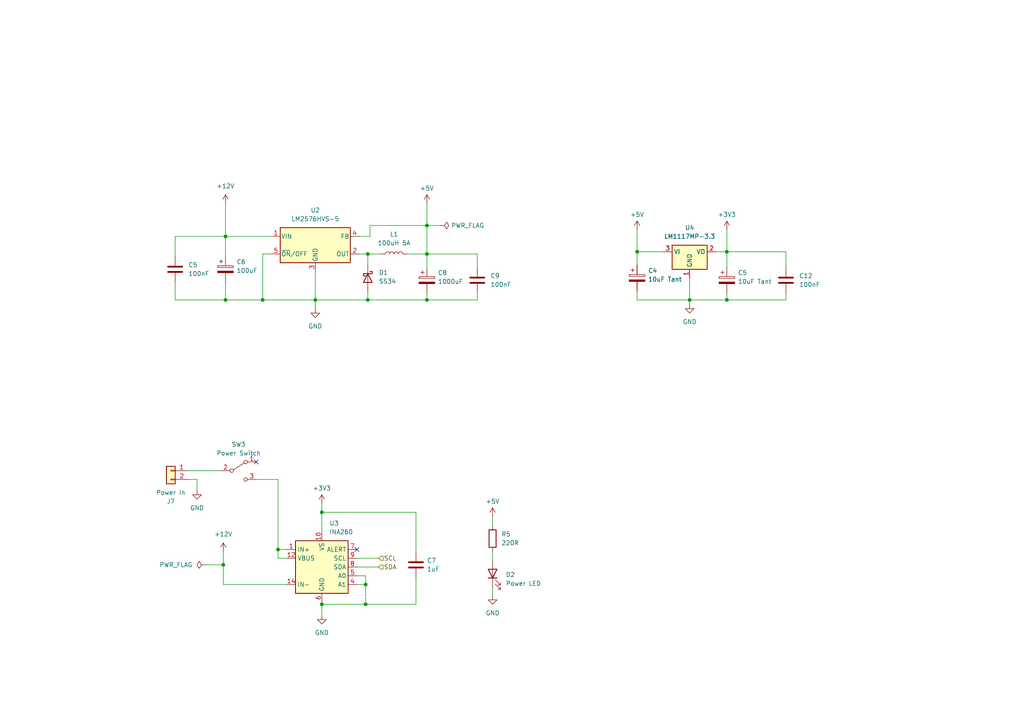
<source format=kicad_sch>
(kicad_sch (version 20230121) (generator eeschema)
  (paper "A4")
  (title_block (title "Valiant Turtle 2 - Power Supplies") (date "2024-01-04") (rev "1_0") (company "https://www.waitingforfriday.com") (comment 1 "(c) 2024 Simon Inns") (comment 2 "License: Attribution-ShareAlike 4.0 International (CC BY-SA 4.0)"))
  (lib_symbols
    (symbol "Connector_Generic:Conn_01x02" (pin_names (offset 1.016) hide)
      (property "Reference" "J" (at 0 2.54 0))
      (property "Value" "Conn_01x02" (at 0 -5.08 0))
      (symbol "Conn_01x02_1_1"
        (rectangle (start -1.27 -2.413) (end 0 -2.667) (stroke (width 0.1524)))
        (rectangle (start -1.27 0.127) (end 0 -0.127) (stroke (width 0.1524)))
        (rectangle (start -1.27 1.27) (end 1.27 -3.81) (stroke (width 0.254)) (fill (type background)))
        (pin passive line (at -5.08 0 0) (length 3.81) (name "Pin_1") (number "1"))
        (pin passive line (at -5.08 -2.54 0) (length 3.81) (name "Pin_2") (number "2"))
      )
    )
    (symbol "Device:C" (pin_numbers hide) (pin_names (offset 0.254))
      (property "Reference" "C" (at 0.635 2.54 0))
      (property "Value" "C" (at 0.635 -2.54 0))
      (symbol "C_0_1"
        (polyline (pts (xy -2.032 -0.762) (xy 2.032 -0.762)) (stroke (width 0.508)))
        (polyline (pts (xy -2.032 0.762) (xy 2.032 0.762)) (stroke (width 0.508)))
      )
      (symbol "C_1_1"
        (pin passive line (at 0 3.81 270) (length 2.794) (name "~") (number "1"))
        (pin passive line (at 0 -3.81 90) (length 2.794) (name "~") (number "2"))
      )
    )
    (symbol "Device:C_Polarized" (pin_numbers hide) (pin_names (offset 0.254))
      (property "Reference" "C" (at 0.635 2.54 0))
      (property "Value" "C_Polarized" (at 0.635 -2.54 0))
      (symbol "C_Polarized_0_1"
        (rectangle (start -2.286 0.508) (end 2.286 1.016))
        (polyline (pts (xy -1.778 2.286) (xy -0.762 2.286)))
        (polyline (pts (xy -1.27 2.794) (xy -1.27 1.778)))
        (rectangle (start 2.286 -0.508) (end -2.286 -1.016) (fill (type outline)))
      )
      (symbol "C_Polarized_1_1"
        (pin passive line (at 0 3.81 270) (length 2.794) (name "~") (number "1"))
        (pin passive line (at 0 -3.81 90) (length 2.794) (name "~") (number "2"))
      )
    )
    (symbol "Device:D_Schottky" (pin_numbers hide) (pin_names (offset 1.016) hide)
      (property "Reference" "D" (at 0 2.54 0))
      (property "Value" "D_Schottky" (at 0 -2.54 0))
      (symbol "D_Schottky_0_1"
        (polyline (pts (xy 1.27 0) (xy -1.27 0)))
        (polyline (pts (xy 1.27 1.27) (xy 1.27 -1.27) (xy -1.27 0) (xy 1.27 1.27)) (stroke (width 0.254)))
        (polyline (pts (xy -1.905 0.635) (xy -1.905 1.27) (xy -1.27 1.27) (xy -1.27 -1.27) (xy -0.635 -1.27) (xy -0.635 -0.635)) (stroke (width 0.254)))
      )
      (symbol "D_Schottky_1_1"
        (pin passive line (at -3.81 0 0) (length 2.54) (name "K") (number "1"))
        (pin passive line (at 3.81 0 180) (length 2.54) (name "A") (number "2"))
      )
    )
    (symbol "Device:L" (pin_numbers hide) (pin_names (offset 1.016) hide)
      (property "Reference" "L" (at -1.27 0 90))
      (property "Value" "L" (at 1.905 0 90))
      (symbol "L_0_1"
        (arc (start 0 -2.54) (mid 0.6323 -1.905) (end 0 -1.27))
        (arc (start 0 -1.27) (mid 0.6323 -0.635) (end 0 0))
        (arc (start 0 0) (mid 0.6323 0.635) (end 0 1.27))
        (arc (start 0 1.27) (mid 0.6323 1.905) (end 0 2.54))
      )
      (symbol "L_1_1"
        (pin passive line (at 0 3.81 270) (length 1.27) (name "1") (number "1"))
        (pin passive line (at 0 -3.81 90) (length 1.27) (name "2") (number "2"))
      )
    )
    (symbol "Device:LED" (pin_numbers hide) (pin_names (offset 1.016) hide)
      (property "Reference" "D" (at 0 2.54 0))
      (property "Value" "LED" (at 0 -2.54 0))
      (symbol "LED_0_1"
        (polyline (pts (xy -1.27 -1.27) (xy -1.27 1.27)) (stroke (width 0.254)))
        (polyline (pts (xy -1.27 0) (xy 1.27 0)))
        (polyline (pts (xy 1.27 -1.27) (xy 1.27 1.27) (xy -1.27 0) (xy 1.27 -1.27)) (stroke (width 0.254)))
        (polyline (pts (xy -3.048 -0.762) (xy -4.572 -2.286) (xy -3.81 -2.286) (xy -4.572 -2.286) (xy -4.572 -1.524)))
        (polyline (pts (xy -1.778 -0.762) (xy -3.302 -2.286) (xy -2.54 -2.286) (xy -3.302 -2.286) (xy -3.302 -1.524)))
      )
      (symbol "LED_1_1"
        (pin passive line (at -3.81 0 0) (length 2.54) (name "K") (number "1"))
        (pin passive line (at 3.81 0 180) (length 2.54) (name "A") (number "2"))
      )
    )
    (symbol "Device:R" (pin_numbers hide) (pin_names (offset 0))
      (property "Reference" "R" (at 2.032 0 90))
      (property "Value" "R" (at 0 0 90))
      (symbol "R_0_1"
        (rectangle (start -1.016 -2.54) (end 1.016 2.54) (stroke (width 0.254)))
      )
      (symbol "R_1_1"
        (pin passive line (at 0 3.81 270) (length 1.27) (name "~") (number "1"))
        (pin passive line (at 0 -3.81 90) (length 1.27) (name "~") (number "2"))
      )
    )
    (symbol "Regulator_Linear:LM1117MP-3.3"
      (property "Reference" "U" (at -3.81 3.175 0))
      (property "Value" "LM1117MP-3.3" (at 0 3.175 0))
      (symbol "LM1117MP-3.3_0_1"
        (rectangle (start -5.08 -5.08) (end 5.08 1.905) (stroke (width 0.254)) (fill (type background)))
      )
      (symbol "LM1117MP-3.3_1_1"
        (pin power_in line (at 0 -7.62 90) (length 2.54) (name "GND") (number "1"))
        (pin power_out line (at 7.62 0 180) (length 2.54) (name "VO") (number "2"))
        (pin power_in line (at -7.62 0 0) (length 2.54) (name "VI") (number "3"))
      )
    )
    (symbol "Regulator_Switching:LM2576HVS-5" (pin_names (offset 0.254))
      (property "Reference" "U" (at -10.16 6.35 0))
      (property "Value" "LM2576HVS-5" (at 0 6.35 0))
      (symbol "LM2576HVS-5_0_1"
        (rectangle (start -10.16 5.08) (end 10.16 -5.08) (stroke (width 0.254)) (fill (type background)))
      )
      (symbol "LM2576HVS-5_1_1"
        (pin power_in line (at -12.7 2.54 0) (length 2.54) (name "VIN") (number "1"))
        (pin output line (at 12.7 -2.54 180) (length 2.54) (name "OUT") (number "2"))
        (pin power_in line (at 0 -7.62 90) (length 2.54) (name "GND") (number "3"))
        (pin input line (at 12.7 2.54 180) (length 2.54) (name "FB") (number "4"))
        (pin input line (at -12.7 -2.54 0) (length 2.54) (name "~{ON}/OFF") (number "5"))
      )
    )
    (symbol "Sensor:INA260"
      (property "Reference" "U" (at -6.35 8.89 0))
      (property "Value" "INA260" (at 2.54 8.89 0))
      (symbol "INA260_0_1"
        (rectangle (start -7.62 7.62) (end 7.62 -7.62) (stroke (width 0.254)) (fill (type background)))
      )
      (symbol "INA260_1_1"
        (pin passive line (at -10.16 5.08 0) (length 2.54) (name "IN+") (number "1"))
        (pin power_in line (at 0 10.16 270) (length 2.54) (name "VS") (number "10"))
        (pin passive line (at 0 -10.16 90) (length 2.54) hide (name "GND") (number "11"))
        (pin passive line (at -10.16 2.54 0) (length 2.54) (name "VBUS") (number "12"))
        (pin no_connect line (at 2.54 -7.62 90) (length 2.54) hide (name "NC") (number "13"))
        (pin passive line (at -10.16 -5.08 0) (length 2.54) (name "IN-") (number "14"))
        (pin passive line (at -10.16 -5.08 0) (length 2.54) hide (name "IN-") (number "15"))
        (pin passive line (at -10.16 -5.08 0) (length 2.54) hide (name "IN-") (number "16"))
        (pin passive line (at -10.16 5.08 0) (length 2.54) hide (name "IN+") (number "2"))
        (pin passive line (at -10.16 5.08 0) (length 2.54) hide (name "IN+") (number "3"))
        (pin input line (at 10.16 -5.08 180) (length 2.54) (name "A1") (number "4"))
        (pin input line (at 10.16 -2.54 180) (length 2.54) (name "A0") (number "5"))
        (pin power_in line (at 0 -10.16 90) (length 2.54) (name "GND") (number "6"))
        (pin open_collector line (at 10.16 5.08 180) (length 2.54) (name "ALERT") (number "7"))
        (pin bidirectional line (at 10.16 0 180) (length 2.54) (name "SDA") (number "8"))
        (pin input line (at 10.16 2.54 180) (length 2.54) (name "SCL") (number "9"))
      )
    )
    (symbol "Switch:SW_SPDT" (pin_names (offset 0) hide)
      (property "Reference" "SW" (at 0 4.318 0))
      (property "Value" "SW_SPDT" (at 0 -5.08 0))
      (symbol "SW_SPDT_0_0"
        (circle (center -2.032 0) (radius 0.508))
        (circle (center 2.032 -2.54) (radius 0.508))
      )
      (symbol "SW_SPDT_0_1"
        (polyline (pts (xy -1.524 0.254) (xy 1.651 2.286)))
        (circle (center 2.032 2.54) (radius 0.508))
      )
      (symbol "SW_SPDT_1_1"
        (pin passive line (at 5.08 2.54 180) (length 2.54) (name "A") (number "1"))
        (pin passive line (at -5.08 0 0) (length 2.54) (name "B") (number "2"))
        (pin passive line (at 5.08 -2.54 180) (length 2.54) (name "C") (number "3"))
      )
    )
    (symbol "power:+12V" (power) (pin_names (offset 0))
      (property "Value" "+12V" (at 0 3.556 0))
      (symbol "+12V_0_1"
        (polyline (pts (xy -0.762 1.27) (xy 0 2.54)))
        (polyline (pts (xy 0 0) (xy 0 2.54)))
        (polyline (pts (xy 0 2.54) (xy 0.762 1.27)))
      )
      (symbol "+12V_1_1"
        (pin power_in line (at 0 0 90) (length 0) hide (name "+12V") (number "1"))
      )
    )
    (symbol "power:+3V3" (power) (pin_names (offset 0))
      (property "Value" "+3V3" (at 0 3.556 0))
      (symbol "+3V3_0_1"
        (polyline (pts (xy -0.762 1.27) (xy 0 2.54)))
        (polyline (pts (xy 0 0) (xy 0 2.54)))
        (polyline (pts (xy 0 2.54) (xy 0.762 1.27)))
      )
      (symbol "+3V3_1_1"
        (pin power_in line (at 0 0 90) (length 0) hide (name "+3V3") (number "1"))
      )
    )
    (symbol "power:+5V" (power) (pin_names (offset 0))
      (property "Value" "+5V" (at 0 3.556 0))
      (symbol "+5V_0_1"
        (polyline (pts (xy -0.762 1.27) (xy 0 2.54)))
        (polyline (pts (xy 0 0) (xy 0 2.54)))
        (polyline (pts (xy 0 2.54) (xy 0.762 1.27)))
      )
      (symbol "+5V_1_1"
        (pin power_in line (at 0 0 90) (length 0) hide (name "+5V") (number "1"))
      )
    )
    (symbol "power:GND" (power) (pin_names (offset 0))
      (property "Value" "GND" (at 0 -3.81 0))
      (symbol "GND_0_1"
        (polyline (pts (xy 0 0) (xy 0 -1.27) (xy 1.27 -1.27) (xy 0 -2.54) (xy -1.27 -1.27) (xy 0 -1.27)))
      )
      (symbol "GND_1_1"
        (pin power_in line (at 0 0 270) (length 0) hide (name "GND") (number "1"))
      )
    )
    (symbol "power:PWR_FLAG" (power) (pin_numbers hide) (pin_names (offset 0) hide)
      (property "Value" "PWR_FLAG" (at 0 3.81 0))
      (symbol "PWR_FLAG_0_0"
        (pin power_out line (at 0 0 90) (length 0) (name "pwr") (number "1"))
      )
      (symbol "PWR_FLAG_0_1"
        (polyline (pts (xy 0 0) (xy 0 1.27) (xy -1.016 1.905) (xy 0 2.54) (xy 1.016 1.905) (xy 0 1.27)))
      )
    )
  )
  (junction (at 106.045 169.545))
  (junction (at 123.825 86.995))
  (junction (at 91.44 86.995))
  (junction (at 210.82 86.995))
  (junction (at 93.345 148.59))
  (junction (at 184.785 73.025))
  (junction (at 64.77 163.83))
  (junction (at 106.045 175.26))
  (junction (at 76.2 86.995))
  (junction (at 106.68 86.995))
  (junction (at 65.405 86.995))
  (junction (at 106.68 73.66))
  (junction (at 65.405 68.58))
  (junction (at 80.645 159.385))
  (junction (at 200.025 86.995))
  (junction (at 123.825 73.66))
  (junction (at 123.825 65.405))
  (junction (at 93.345 175.26))
  (junction (at 210.82 73.025))
  (no_connect (at 74.295 133.985))
  (no_connect (at 103.505 159.385))
  (wire (pts (xy 65.405 86.995) (xy 76.2 86.995)))
  (wire (pts (xy 106.68 73.66) (xy 106.68 76.835)))
  (wire (pts (xy 107.315 68.58) (xy 107.315 65.405)))
  (wire (pts (xy 123.825 65.405) (xy 123.825 73.66)))
  (wire (pts (xy 104.14 68.58) (xy 107.315 68.58)))
  (wire (pts (xy 184.785 76.835) (xy 184.785 73.025)))
  (wire (pts (xy 50.8 86.995) (xy 65.405 86.995)))
  (wire (pts (xy 104.14 73.66) (xy 106.68 73.66)))
  (wire (pts (xy 200.025 86.995) (xy 210.82 86.995)))
  (wire (pts (xy 200.025 80.645) (xy 200.025 86.995)))
  (wire (pts (xy 80.645 139.065) (xy 80.645 159.385)))
  (wire (pts (xy 64.77 163.83) (xy 64.77 169.545)))
  (wire (pts (xy 142.875 149.86) (xy 142.875 152.4)))
  (wire (pts (xy 93.345 148.59) (xy 93.345 154.305)))
  (wire (pts (xy 78.74 73.66) (xy 76.2 73.66)))
  (wire (pts (xy 106.045 175.26) (xy 93.345 175.26)))
  (wire (pts (xy 106.68 73.66) (xy 110.49 73.66)))
  (wire (pts (xy 210.82 73.025) (xy 210.82 77.47)))
  (wire (pts (xy 83.185 169.545) (xy 64.77 169.545)))
  (wire (pts (xy 80.645 159.385) (xy 80.645 161.925)))
  (wire (pts (xy 207.645 73.025) (xy 210.82 73.025)))
  (wire (pts (xy 54.61 136.525) (xy 64.135 136.525)))
  (wire (pts (xy 65.405 81.915) (xy 65.405 86.995)))
  (wire (pts (xy 184.785 84.455) (xy 184.785 86.995)))
  (wire (pts (xy 76.2 73.66) (xy 76.2 86.995)))
  (wire (pts (xy 93.345 175.26) (xy 93.345 178.435)))
  (wire (pts (xy 184.785 86.995) (xy 200.025 86.995)))
  (wire (pts (xy 64.77 160.02) (xy 64.77 163.83)))
  (wire (pts (xy 91.44 78.74) (xy 91.44 86.995)))
  (wire (pts (xy 103.505 161.925) (xy 109.855 161.925)))
  (wire (pts (xy 93.345 174.625) (xy 93.345 175.26)))
  (wire (pts (xy 210.82 86.995) (xy 210.82 85.09)))
  (wire (pts (xy 210.82 66.675) (xy 210.82 73.025)))
  (wire (pts (xy 123.825 59.055) (xy 123.825 65.405)))
  (wire (pts (xy 123.825 65.405) (xy 127.635 65.405)))
  (wire (pts (xy 120.65 148.59) (xy 93.345 148.59)))
  (wire (pts (xy 50.8 74.295) (xy 50.8 68.58)))
  (wire (pts (xy 184.785 73.025) (xy 192.405 73.025)))
  (wire (pts (xy 106.68 86.995) (xy 91.44 86.995)))
  (wire (pts (xy 65.405 68.58) (xy 65.405 74.295)))
  (wire (pts (xy 123.825 73.66) (xy 123.825 77.47)))
  (wire (pts (xy 76.2 86.995) (xy 91.44 86.995)))
  (wire (pts (xy 80.645 159.385) (xy 83.185 159.385)))
  (wire (pts (xy 138.43 86.995) (xy 123.825 86.995)))
  (wire (pts (xy 120.65 167.64) (xy 120.65 175.26)))
  (wire (pts (xy 93.345 146.05) (xy 93.345 148.59)))
  (wire (pts (xy 106.045 169.545) (xy 106.045 175.26)))
  (wire (pts (xy 54.61 139.065) (xy 57.15 139.065)))
  (wire (pts (xy 142.875 170.18) (xy 142.875 172.72)))
  (wire (pts (xy 74.295 139.065) (xy 80.645 139.065)))
  (wire (pts (xy 200.025 86.995) (xy 200.025 88.265)))
  (wire (pts (xy 107.315 65.405) (xy 123.825 65.405)))
  (wire (pts (xy 138.43 73.66) (xy 123.825 73.66)))
  (wire (pts (xy 91.44 86.995) (xy 91.44 89.535)))
  (wire (pts (xy 103.505 167.005) (xy 106.045 167.005)))
  (wire (pts (xy 184.785 66.675) (xy 184.785 73.025)))
  (wire (pts (xy 103.505 169.545) (xy 106.045 169.545)))
  (wire (pts (xy 65.405 68.58) (xy 65.405 59.055)))
  (wire (pts (xy 57.15 139.065) (xy 57.15 142.24)))
  (wire (pts (xy 118.11 73.66) (xy 123.825 73.66)))
  (wire (pts (xy 59.69 163.83) (xy 64.77 163.83)))
  (wire (pts (xy 227.965 85.09) (xy 227.965 86.995)))
  (wire (pts (xy 142.875 160.02) (xy 142.875 162.56)))
  (wire (pts (xy 138.43 77.47) (xy 138.43 73.66)))
  (wire (pts (xy 103.505 164.465) (xy 109.855 164.465)))
  (wire (pts (xy 227.965 86.995) (xy 210.82 86.995)))
  (wire (pts (xy 123.825 86.995) (xy 106.68 86.995)))
  (wire (pts (xy 78.74 68.58) (xy 65.405 68.58)))
  (wire (pts (xy 120.65 160.02) (xy 120.65 148.59)))
  (wire (pts (xy 83.185 161.925) (xy 80.645 161.925)))
  (wire (pts (xy 106.045 167.005) (xy 106.045 169.545)))
  (wire (pts (xy 123.825 85.09) (xy 123.825 86.995)))
  (wire (pts (xy 50.8 81.915) (xy 50.8 86.995)))
  (wire (pts (xy 106.68 84.455) (xy 106.68 86.995)))
  (wire (pts (xy 120.65 175.26) (xy 106.045 175.26)))
  (wire (pts (xy 227.965 73.025) (xy 227.965 77.47)))
  (wire (pts (xy 138.43 85.09) (xy 138.43 86.995)))
  (wire (pts (xy 50.8 68.58) (xy 65.405 68.58)))
  (wire (pts (xy 210.82 73.025) (xy 227.965 73.025)))
  (hierarchical_label "SCL" (shape input) (at 109.855 161.925 0))
  (hierarchical_label "SDA" (shape input) (at 109.855 164.465 0))
  (symbol (lib_id "power:+12V") (at 65.405 59.055 0) (unit 1)
    (property "Reference" "#PWR021" (effects hide))
    (property "Value" "+12V" (at 65.405 53.975 0))
  )
  (symbol (lib_id "Device:C") (at 138.43 81.28 0) (unit 1)
    (property "Reference" "C9" (at 142.24 80.01 0) (effects (justify left)))
    (property "Value" "100nF" (at 142.24 82.55 0) (effects (justify left)))
  )
  (symbol (lib_id "Switch:SW_SPDT") (at 69.215 136.525 0) (unit 1)
    (property "Reference" "SW3" (at 69.215 128.905 0))
    (property "Value" "Power Switch" (at 69.215 131.445 0))
  )
  (symbol (lib_id "Connector_Generic:Conn_01x02") (at 49.53 136.525 0) (mirror y) (unit 1)
    (property "Reference" "J7" (at 49.53 145.415 0))
    (property "Value" "Power In" (at 49.53 142.875 0))
  )
  (symbol (lib_id "power:+3V3") (at 210.82 66.675 0) (unit 1)
    (property "Reference" "#PWR030" (effects hide))
    (property "Value" "+3V3" (at 210.82 62.23 0))
  )
  (symbol (lib_id "Device:C_Polarized") (at 184.785 80.645 0) (unit 1)
    (property "Reference" "C4" (at 187.96 78.486 0) (effects (justify left)))
    (property "Value" "10uF Tant" (at 187.96 81.026 0) (effects (justify left)))
    (instances (project "valiant-turtle-2" (path "" (reference "C4") (unit 1)) (path "" (reference "C10") (unit 1))))
  )
  (symbol (lib_id "power:+5V") (at 142.875 149.86 0) (unit 1)
    (property "Reference" "#PWR023" (effects hide))
    (property "Value" "+5V" (at 142.875 145.415 0))
    (instances (project "valiant-turtle-2" (path "" (reference "#PWR023") (unit 1)) (path "" (reference "#PWR026") (unit 1))))
  )
  (symbol (lib_id "Regulator_Linear:LM1117MP-3.3") (at 200.025 73.025 0) (unit 1)
    (property "Reference" "U4" (at 200.025 66.04 0))
    (property "Value" "LM1117MP-3.3" (at 200.025 68.58 0))
    (property "Footprint" "Package_TO_SOT_SMD:SOT-223-3_TabPin2" (effects hide))
    (property "Datasheet" "http://www.ti.com/lit/ds/symlink/lm1117.pdf" (effects hide))
  )
  (symbol (lib_id "Device:C_Polarized") (at 65.405 78.105 0) (unit 1)
    (property "Reference" "C6" (at 68.58 75.946 0) (effects (justify left)))
    (property "Value" "100uF" (at 68.58 78.486 0) (effects (justify left)))
  )
  (symbol (lib_id "Device:C") (at 50.8 78.105 0) (unit 1)
    (property "Reference" "C5" (at 54.61 76.835 0) (effects (justify left)))
    (property "Value" "100nF" (at 54.61 79.375 0) (effects (justify left)))
  )
  (symbol (lib_id "power:+3V3") (at 93.345 146.05 0) (unit 1)
    (property "Reference" "#PWR023" (effects hide))
    (property "Value" "+3V3" (at 93.345 141.605 0))
  )
  (symbol (lib_id "Device:R") (at 142.875 156.21 0) (unit 1)
    (property "Reference" "R5" (at 145.415 154.94 0) (effects (justify left)))
    (property "Value" "220R" (at 145.415 157.48 0) (effects (justify left)))
  )
  (symbol (lib_id "Device:C") (at 120.65 163.83 0) (unit 1)
    (property "Reference" "C7" (at 123.825 162.56 0) (effects (justify left)))
    (property "Value" "1uF" (at 123.825 165.1 0) (effects (justify left)))
  )
  (symbol (lib_id "power:+12V") (at 64.77 160.02 0) (unit 1)
    (property "Reference" "#PWR020" (effects hide))
    (property "Value" "+12V" (at 64.77 154.94 0))
  )
  (symbol (lib_id "power:GND") (at 142.875 172.72 0) (unit 1)
    (property "Reference" "#PWR021" (effects hide))
    (property "Value" "GND" (at 142.875 177.8 0))
    (instances (project "valiant-turtle-2" (path "" (reference "#PWR021") (unit 1)) (path "" (reference "#PWR027") (unit 1))))
  )
  (symbol (lib_id "power:+5V") (at 123.825 59.055 0) (unit 1)
    (property "Reference" "#PWR023" (effects hide))
    (property "Value" "+5V" (at 123.825 54.61 0))
    (instances (project "valiant-turtle-2" (path "" (reference "#PWR023") (unit 1)) (path "" (reference "#PWR025") (unit 1))))
  )
  (symbol (lib_id "power:+5V") (at 184.785 66.675 0) (unit 1)
    (property "Reference" "#PWR023" (effects hide))
    (property "Value" "+5V" (at 184.785 62.23 0))
    (instances (project "valiant-turtle-2" (path "" (reference "#PWR023") (unit 1)) (path "" (reference "#PWR028") (unit 1))))
  )
  (symbol (lib_id "power:GND") (at 93.345 178.435 0) (unit 1)
    (property "Reference" "#PWR024" (effects hide))
    (property "Value" "GND" (at 93.345 183.515 0))
  )
  (symbol (lib_id "Device:C") (at 227.965 81.28 0) (unit 1)
    (property "Reference" "C12" (at 231.775 80.01 0) (effects (justify left)))
    (property "Value" "100nF" (at 231.775 82.55 0) (effects (justify left)))
  )
  (symbol (lib_id "Device:D_Schottky") (at 106.68 80.645 270) (unit 1)
    (property "Reference" "D1" (at 109.855 79.0575 90) (effects (justify left)))
    (property "Value" "SS34" (at 109.855 81.5975 90) (effects (justify left)))
  )
  (symbol (lib_id "power:PWR_FLAG") (at 59.69 163.83 90) (unit 1)
    (property "Reference" "#FLG01" (effects hide))
    (property "Value" "PWR_FLAG" (at 55.88 163.83 90) (effects (justify left)))
  )
  (symbol (lib_id "Device:LED") (at 142.875 166.37 90) (unit 1)
    (property "Reference" "D2" (at 146.685 166.6875 90) (effects (justify right)))
    (property "Value" "Power LED" (at 146.685 169.2275 90) (effects (justify right)))
  )
  (symbol (lib_id "Regulator_Switching:LM2576HVS-5") (at 91.44 71.12 0) (unit 1)
    (property "Reference" "U2" (at 91.44 60.96 0))
    (property "Value" "LM2576HVS-5" (at 91.44 63.5 0))
    (property "Footprint" "Package_TO_SOT_SMD:TO-263-5_TabPin3" (effects hide))
    (property "Datasheet" "http://www.ti.com/lit/ds/symlink/lm2576.pdf" (effects hide))
  )
  (symbol (lib_id "power:GND") (at 91.44 89.535 0) (unit 1)
    (property "Reference" "#PWR022" (effects hide))
    (property "Value" "GND" (at 91.44 94.615 0))
  )
  (symbol (lib_id "power:GND") (at 57.15 142.24 0) (unit 1)
    (property "Reference" "#PWR019" (effects hide))
    (property "Value" "GND" (at 57.15 147.32 0))
  )
  (symbol (lib_id "power:GND") (at 200.025 88.265 0) (unit 1)
    (property "Reference" "#PWR021" (effects hide))
    (property "Value" "GND" (at 200.025 93.345 0))
    (instances (project "valiant-turtle-2" (path "" (reference "#PWR021") (unit 1)) (path "" (reference "#PWR029") (unit 1))))
  )
  (symbol (lib_id "Sensor:INA260") (at 93.345 164.465 0) (unit 1)
    (property "Reference" "U3" (at 95.5391 151.765 0) (effects (justify left)))
    (property "Value" "INA260" (at 95.5391 154.305 0) (effects (justify left)))
    (property "Footprint" "Package_SO:TSSOP-16_4.4x5mm_P0.65mm" (effects hide))
    (property "Datasheet" "http://www.ti.com/lit/ds/symlink/ina260.pdf" (effects hide))
  )
  (symbol (lib_id "power:PWR_FLAG") (at 127.635 65.405 270) (unit 1)
    (property "Reference" "#FLG02" (effects hide))
    (property "Value" "PWR_FLAG" (at 130.81 65.405 90) (effects (justify left)))
  )
  (symbol (lib_id "Device:C_Polarized") (at 123.825 81.28 0) (unit 1)
    (property "Reference" "C8" (at 127 79.121 0) (effects (justify left)))
    (property "Value" "1000uF" (at 127 81.661 0) (effects (justify left)))
  )
  (symbol (lib_id "Device:L") (at 114.3 73.66 90) (unit 1)
    (property "Reference" "L1" (at 114.3 67.945 90))
    (property "Value" "100uH 5A" (at 114.3 70.485 90))
  )
  (symbol (lib_id "Device:C_Polarized") (at 210.82 81.28 0) (unit 1)
    (property "Reference" "C5" (at 213.995 79.121 0) (effects (justify left)))
    (property "Value" "10uF Tant" (at 213.995 81.661 0) (effects (justify left)))
    (instances (project "valiant-turtle-2" (path "" (reference "C5") (unit 1)) (path "" (reference "C11") (unit 1))))
  )
)
</source>
